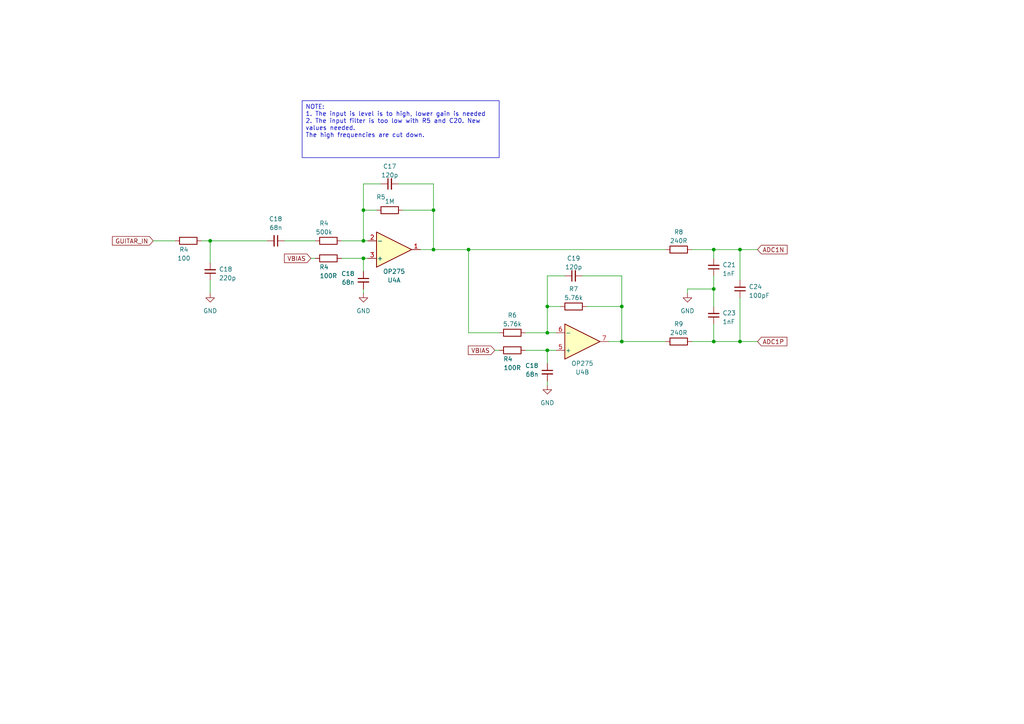
<source format=kicad_sch>
(kicad_sch (version 20230121) (generator eeschema)
  (paper "A4")
  (lib_symbols
    (symbol "Amplifier_Operational:OP275" (pin_names (offset 0.127))
      (property "Reference" "U" (at 0 5.08 0))
      (property "Value" "OP275" (at 0 -5.08 0))
      (symbol "OP275_1_1"
        (polyline (pts (xy -5.08 5.08) (xy 5.08 0) (xy -5.08 -5.08) (xy -5.08 5.08)) (stroke (width 0.254)) (fill (type background)))
        (pin output line (at 7.62 0 180) (length 2.54) (name "~") (number "1"))
        (pin input line (at -7.62 -2.54 0) (length 2.54) (name "-") (number "2"))
        (pin input line (at -7.62 2.54 0) (length 2.54) (name "+") (number "3"))
      )
      (symbol "OP275_2_1"
        (polyline (pts (xy -5.08 5.08) (xy 5.08 0) (xy -5.08 -5.08) (xy -5.08 5.08)) (stroke (width 0.254)) (fill (type background)))
        (pin input line (at -7.62 2.54 0) (length 2.54) (name "+") (number "5"))
        (pin input line (at -7.62 -2.54 0) (length 2.54) (name "-") (number "6"))
        (pin output line (at 7.62 0 180) (length 2.54) (name "~") (number "7"))
      )
      (symbol "OP275_3_1"
        (pin power_in line (at -2.54 -7.62 90) (length 3.81) (name "V-") (number "4"))
        (pin power_in line (at -2.54 7.62 270) (length 3.81) (name "V+") (number "8"))
      )
    )
    (symbol "Device:C_Small" (pin_numbers hide) (pin_names (offset 0.254) hide)
      (property "Reference" "C" (at 0.254 1.778 0))
      (property "Value" "C_Small" (at 0.254 -2.032 0))
      (symbol "C_Small_0_1"
        (polyline (pts (xy -1.524 -0.508) (xy 1.524 -0.508)) (stroke (width 0.3302)))
        (polyline (pts (xy -1.524 0.508) (xy 1.524 0.508)) (stroke (width 0.3048)))
      )
      (symbol "C_Small_1_1"
        (pin passive line (at 0 2.54 270) (length 2.032) (name "~") (number "1"))
        (pin passive line (at 0 -2.54 90) (length 2.032) (name "~") (number "2"))
      )
    )
    (symbol "Device:R" (pin_numbers hide) (pin_names (offset 0))
      (property "Reference" "R" (at 2.032 0 90))
      (property "Value" "R" (at 0 0 90))
      (symbol "R_0_1"
        (rectangle (start -1.016 -2.54) (end 1.016 2.54) (stroke (width 0.254)))
      )
      (symbol "R_1_1"
        (pin passive line (at 0 3.81 270) (length 1.27) (name "~") (number "1"))
        (pin passive line (at 0 -3.81 90) (length 1.27) (name "~") (number "2"))
      )
    )
    (symbol "power:GND" (power) (pin_names (offset 0))
      (property "Value" "GND" (at 0 -3.81 0))
      (symbol "GND_0_1"
        (polyline (pts (xy 0 0) (xy 0 -1.27) (xy 1.27 -1.27) (xy 0 -2.54) (xy -1.27 -1.27) (xy 0 -1.27)))
      )
      (symbol "GND_1_1"
        (pin power_in line (at 0 0 270) (length 0) hide (name "GND") (number "1"))
      )
    )
  )
  (junction (at 158.75 101.6))
  (junction (at 158.75 96.52))
  (junction (at 158.75 88.9))
  (junction (at 125.73 72.39))
  (junction (at 214.63 72.39))
  (junction (at 180.34 99.06))
  (junction (at 135.89 72.39))
  (junction (at 60.96 69.85))
  (junction (at 207.01 83.82))
  (junction (at 105.41 74.93))
  (junction (at 105.41 60.96))
  (junction (at 207.01 99.06))
  (junction (at 207.01 72.39))
  (junction (at 214.63 99.06))
  (junction (at 125.73 60.96))
  (junction (at 105.41 69.85))
  (junction (at 180.34 88.9))
  (wire (pts (xy 110.49 53.34) (xy 105.41 53.34)))
  (wire (pts (xy 207.01 99.06) (xy 207.01 93.98)))
  (wire (pts (xy 82.55 69.85) (xy 91.44 69.85)))
  (wire (pts (xy 60.96 69.85) (xy 77.47 69.85)))
  (wire (pts (xy 207.01 83.82) (xy 207.01 88.9)))
  (wire (pts (xy 115.57 53.34) (xy 125.73 53.34)))
  (wire (pts (xy 158.75 96.52) (xy 152.4 96.52)))
  (wire (pts (xy 116.84 60.96) (xy 125.73 60.96)))
  (wire (pts (xy 135.89 96.52) (xy 135.89 72.39)))
  (wire (pts (xy 180.34 99.06) (xy 193.04 99.06)))
  (wire (pts (xy 214.63 99.06) (xy 207.01 99.06)))
  (wire (pts (xy 144.78 96.52) (xy 135.89 96.52)))
  (wire (pts (xy 180.34 80.01) (xy 180.34 88.9)))
  (wire (pts (xy 105.41 69.85) (xy 106.68 69.85)))
  (wire (pts (xy 158.75 101.6) (xy 158.75 105.41)))
  (wire (pts (xy 207.01 74.93) (xy 207.01 72.39)))
  (wire (pts (xy 207.01 80.01) (xy 207.01 83.82)))
  (wire (pts (xy 105.41 83.82) (xy 105.41 85.09)))
  (wire (pts (xy 152.4 101.6) (xy 158.75 101.6)))
  (wire (pts (xy 90.17 74.93) (xy 91.44 74.93)))
  (wire (pts (xy 135.89 72.39) (xy 193.04 72.39)))
  (wire (pts (xy 170.18 88.9) (xy 180.34 88.9)))
  (wire (pts (xy 158.75 80.01) (xy 158.75 88.9)))
  (wire (pts (xy 214.63 72.39) (xy 219.71 72.39)))
  (wire (pts (xy 214.63 72.39) (xy 214.63 81.28)))
  (wire (pts (xy 125.73 60.96) (xy 125.73 53.34)))
  (wire (pts (xy 199.39 83.82) (xy 199.39 85.09)))
  (wire (pts (xy 99.06 69.85) (xy 105.41 69.85)))
  (wire (pts (xy 143.51 101.6) (xy 144.78 101.6)))
  (wire (pts (xy 121.92 72.39) (xy 125.73 72.39)))
  (wire (pts (xy 58.42 69.85) (xy 60.96 69.85)))
  (wire (pts (xy 180.34 99.06) (xy 180.34 88.9)))
  (wire (pts (xy 60.96 81.28) (xy 60.96 85.09)))
  (wire (pts (xy 99.06 74.93) (xy 105.41 74.93)))
  (wire (pts (xy 168.91 80.01) (xy 180.34 80.01)))
  (wire (pts (xy 158.75 110.49) (xy 158.75 111.76)))
  (wire (pts (xy 214.63 99.06) (xy 219.71 99.06)))
  (wire (pts (xy 105.41 69.85) (xy 105.41 60.96)))
  (wire (pts (xy 44.45 69.85) (xy 50.8 69.85)))
  (wire (pts (xy 158.75 88.9) (xy 158.75 96.52)))
  (wire (pts (xy 105.41 60.96) (xy 109.22 60.96)))
  (wire (pts (xy 60.96 69.85) (xy 60.96 76.2)))
  (wire (pts (xy 158.75 96.52) (xy 161.29 96.52)))
  (wire (pts (xy 125.73 72.39) (xy 135.89 72.39)))
  (wire (pts (xy 176.53 99.06) (xy 180.34 99.06)))
  (wire (pts (xy 105.41 60.96) (xy 105.41 53.34)))
  (wire (pts (xy 105.41 74.93) (xy 106.68 74.93)))
  (wire (pts (xy 199.39 83.82) (xy 207.01 83.82)))
  (wire (pts (xy 162.56 88.9) (xy 158.75 88.9)))
  (wire (pts (xy 163.83 80.01) (xy 158.75 80.01)))
  (wire (pts (xy 125.73 60.96) (xy 125.73 72.39)))
  (wire (pts (xy 214.63 86.36) (xy 214.63 99.06)))
  (wire (pts (xy 158.75 101.6) (xy 161.29 101.6)))
  (wire (pts (xy 200.66 99.06) (xy 207.01 99.06)))
  (wire (pts (xy 105.41 74.93) (xy 105.41 78.74)))
  (wire (pts (xy 200.66 72.39) (xy 207.01 72.39)))
  (wire (pts (xy 207.01 72.39) (xy 214.63 72.39)))
  (text_box "NOTE: \n1. The input is level is to high, lower gain is needed\n2. The input filter is too low with R5 and C20. New values needed.\nThe high frequencies are cut down." (at 87.63 29.21 0) (size 57.15 16.51) (effects (font (size 1.27 1.27)) (justify left top)))
  (global_label "ADC1N" (shape input) (at 219.71 72.39 0) (property "Intersheetrefs" "${INTERSHEET_REFS}" (effects hide)))
  (global_label "VBIAS" (shape input) (at 90.17 74.93 180) (property "Intersheetrefs" "${INTERSHEET_REFS}" (effects hide)))
  (global_label "GUITAR_IN" (shape input) (at 44.45 69.85 180) (property "Intersheetrefs" "${INTERSHEET_REFS}" (effects hide)))
  (global_label "VBIAS" (shape input) (at 143.51 101.6 180) (property "Intersheetrefs" "${INTERSHEET_REFS}" (effects hide)))
  (global_label "ADC1P" (shape input) (at 219.71 99.06 0) (property "Intersheetrefs" "${INTERSHEET_REFS}" (effects hide)))
  (symbol (lib_id "Amplifier_Operational:OP275") (at 168.91 99.06 0) (mirror x) (unit 2)
    (property "Reference" "U4" (at 168.91 107.95 0))
    (property "Value" "OP275" (at 168.91 105.41 0))
    (property "Footprint" "Package_SO:SSOP-8_3.9x5.05mm_P1.27mm" (effects hide))
    (property "Datasheet" "https://www.analog.com/media/en/technical-documentation/data-sheets/OP275.pdf" (effects hide))
  )
  (symbol (lib_id "power:GND") (at 105.41 85.09 0) (unit 1)
    (property "Reference" "#PWR02" (effects hide))
    (property "Value" "GND" (at 105.41 90.17 0))
    (instances (project "stm_audio_board_V2_1" (path "" (reference "#PWR02") (unit 1)) (path "" (reference "#PWR01") (unit 1)) (path "" (reference "#PWR012") (unit 1))))
  )
  (symbol (lib_id "Device:C_Small") (at 158.75 107.95 0) (unit 1)
    (property "Reference" "C18" (at 156.21 106.0514 0) (effects (justify right)))
    (property "Value" "68n" (at 156.21 108.5914 0) (effects (justify right)))
    (property "Footprint" "Capacitor_SMD:C_0603_1608Metric_Pad1.08x0.95mm_HandSolder" (effects hide))
  )
  (symbol (lib_id "power:GND") (at 60.96 85.09 0) (unit 1)
    (property "Reference" "#PWR02" (effects hide))
    (property "Value" "GND" (at 60.96 90.17 0))
    (instances (project "stm_audio_board_V2_1" (path "" (reference "#PWR02") (unit 1)) (path "" (reference "#PWR01") (unit 1)) (path "" (reference "#PWR029") (unit 1))))
  )
  (symbol (lib_id "power:GND") (at 158.75 111.76 0) (unit 1)
    (property "Reference" "#PWR02" (effects hide))
    (property "Value" "GND" (at 158.75 116.84 0))
    (instances (project "stm_audio_board_V2_1" (path "" (reference "#PWR02") (unit 1)) (path "" (reference "#PWR01") (unit 1)) (path "" (reference "#PWR013") (unit 1))))
  )
  (symbol (lib_id "Device:R") (at 148.59 101.6 270) (mirror x) (unit 1)
    (property "Reference" "R4" (at 147.32 104.14 90))
    (property "Value" "100R" (at 148.59 106.68 90))
    (property "Footprint" "Resistor_SMD:R_0805_2012Metric_Pad1.20x1.40mm_HandSolder" (effects hide))
    (instances (project "stm_audio_board_V2_1" (path "" (reference "R4") (unit 1)) (path "" (reference "R11") (unit 1))))
  )
  (symbol (lib_id "Device:C_Small") (at 166.37 80.01 90) (unit 1)
    (property "Reference" "C19" (at 166.3763 74.93 90))
    (property "Value" "120p" (at 166.3763 77.47 90))
    (property "Footprint" "Capacitor_SMD:C_0603_1608Metric_Pad1.08x0.95mm_HandSolder" (effects hide))
    (instances (project "stm_audio_board_V2_1" (path "" (reference "C19") (unit 1)) (path "" (reference "C21") (unit 1))))
  )
  (symbol (lib_id "Device:R") (at 95.25 69.85 270) (mirror x) (unit 1)
    (property "Reference" "R4" (at 93.98 64.77 90))
    (property "Value" "500k" (at 93.98 67.31 90))
    (property "Footprint" "Resistor_SMD:R_0805_2012Metric_Pad1.20x1.40mm_HandSolder" (effects hide))
  )
  (symbol (lib_id "Device:C_Small") (at 105.41 81.28 0) (unit 1)
    (property "Reference" "C18" (at 102.87 79.3814 0) (effects (justify right)))
    (property "Value" "68n" (at 102.87 81.9214 0) (effects (justify right)))
    (property "Footprint" "Capacitor_SMD:C_0603_1608Metric_Pad1.08x0.95mm_HandSolder" (effects hide))
    (instances (project "stm_audio_board_V2_1" (path "" (reference "C18") (unit 1)) (path "" (reference "C17") (unit 1))))
  )
  (symbol (lib_id "Device:R") (at 166.37 88.9 270) (unit 1)
    (property "Reference" "R7" (at 166.37 83.82 90))
    (property "Value" "5.76k" (at 166.37 86.36 90))
    (property "Footprint" "Resistor_SMD:R_0805_2012Metric_Pad1.20x1.40mm_HandSolder" (effects hide))
  )
  (symbol (lib_id "Device:R") (at 196.85 72.39 270) (unit 1)
    (property "Reference" "R8" (at 196.85 67.31 90))
    (property "Value" "240R" (at 196.85 69.85 90))
    (property "Footprint" "Resistor_SMD:R_0805_2012Metric_Pad1.20x1.40mm_HandSolder" (effects hide))
  )
  (symbol (lib_id "Device:R") (at 196.85 99.06 270) (unit 1)
    (property "Reference" "R9" (at 196.85 93.98 90))
    (property "Value" "240R" (at 196.85 96.52 90))
    (property "Footprint" "Resistor_SMD:R_0805_2012Metric_Pad1.20x1.40mm_HandSolder" (effects hide))
  )
  (symbol (lib_id "Device:C_Small") (at 207.01 91.44 180) (unit 1)
    (property "Reference" "C23" (at 209.55 90.7986 0) (effects (justify right)))
    (property "Value" "1nF" (at 209.55 93.3386 0) (effects (justify right)))
    (property "Footprint" "Capacitor_SMD:C_0603_1608Metric_Pad1.08x0.95mm_HandSolder" (effects hide))
    (instances (project "stm_audio_board_V2_1" (path "" (reference "C23") (unit 1)) (path "" (reference "C50") (unit 1))))
  )
  (symbol (lib_id "Device:C_Small") (at 214.63 83.82 180) (unit 1)
    (property "Reference" "C24" (at 217.17 83.1786 0) (effects (justify right)))
    (property "Value" "100pF" (at 217.17 85.7186 0) (effects (justify right)))
    (property "Footprint" "Capacitor_SMD:C_0603_1608Metric_Pad1.08x0.95mm_HandSolder" (effects hide))
    (instances (project "stm_audio_board_V2_1" (path "" (reference "C24") (unit 1)) (path "" (reference "C51") (unit 1))))
  )
  (symbol (lib_id "Device:C_Small") (at 113.03 53.34 90) (mirror x) (unit 1)
    (property "Reference" "C17" (at 113.0363 48.26 90))
    (property "Value" "120p" (at 113.0363 50.8 90))
    (property "Footprint" "Capacitor_SMD:C_0603_1608Metric_Pad1.08x0.95mm_HandSolder" (effects hide))
    (instances (project "stm_audio_board_V2_1" (path "" (reference "C17") (unit 1)) (path "" (reference "C20") (unit 1))))
  )
  (symbol (lib_id "Device:C_Small") (at 60.96 78.74 180) (unit 1)
    (property "Reference" "C18" (at 63.5 78.0986 0) (effects (justify right)))
    (property "Value" "220p" (at 63.5 80.6386 0) (effects (justify right)))
    (property "Footprint" "Capacitor_SMD:C_0603_1608Metric_Pad1.08x0.95mm_HandSolder" (effects hide))
    (instances (project "stm_audio_board_V2_1" (path "" (reference "C18") (unit 1)) (path "" (reference "C19") (unit 1))))
  )
  (symbol (lib_id "Device:C_Small") (at 80.01 69.85 270) (unit 1)
    (property "Reference" "C18" (at 81.9086 63.5 90) (effects (justify right)))
    (property "Value" "68n" (at 81.9086 66.04 90) (effects (justify right)))
    (property "Footprint" "Capacitor_SMD:C_0603_1608Metric_Pad1.08x0.95mm_HandSolder" (effects hide))
    (instances (project "stm_audio_board_V2_1" (path "" (reference "C18") (unit 1)) (path "" (reference "C73") (unit 1))))
  )
  (symbol (lib_id "Amplifier_Operational:OP275") (at 114.3 72.39 0) (mirror x) (unit 1)
    (property "Reference" "U4" (at 114.3 81.28 0))
    (property "Value" "OP275" (at 114.3 78.74 0))
    (property "Footprint" "Package_SO:SSOP-8_3.9x5.05mm_P1.27mm" (effects hide))
    (property "Datasheet" "https://www.analog.com/media/en/technical-documentation/data-sheets/OP275.pdf" (effects hide))
  )
  (symbol (lib_id "power:GND") (at 199.39 85.09 0) (unit 1)
    (property "Reference" "#PWR02" (effects hide))
    (property "Value" "GND" (at 199.39 90.17 0))
    (instances (project "stm_audio_board_V2_1" (path "" (reference "#PWR02") (unit 1)) (path "" (reference "#PWR01") (unit 1)) (path "" (reference "#PWR045") (unit 1))))
  )
  (symbol (lib_id "Device:R") (at 95.25 74.93 270) (mirror x) (unit 1)
    (property "Reference" "R4" (at 93.98 77.47 90))
    (property "Value" "100R" (at 95.25 80.01 90))
    (property "Footprint" "Resistor_SMD:R_0805_2012Metric_Pad1.20x1.40mm_HandSolder" (effects hide))
    (instances (project "stm_audio_board_V2_1" (path "" (reference "R4") (unit 1)) (path "" (reference "R3") (unit 1))))
  )
  (symbol (lib_id "Device:C_Small") (at 207.01 77.47 180) (unit 1)
    (property "Reference" "C21" (at 209.55 76.8286 0) (effects (justify right)))
    (property "Value" "1nF" (at 209.55 79.3686 0) (effects (justify right)))
    (property "Footprint" "Capacitor_SMD:C_0603_1608Metric_Pad1.08x0.95mm_HandSolder" (effects hide))
    (instances (project "stm_audio_board_V2_1" (path "" (reference "C21") (unit 1)) (path "" (reference "C24") (unit 1))))
  )
  (symbol (lib_id "Device:R") (at 148.59 96.52 270) (unit 1)
    (property "Reference" "R6" (at 148.59 91.44 90))
    (property "Value" "5.76k" (at 148.59 93.98 90))
    (property "Footprint" "Resistor_SMD:R_0805_2012Metric_Pad1.20x1.40mm_HandSolder" (effects hide))
  )
  (symbol (lib_id "Device:R") (at 113.03 60.96 270) (mirror x) (unit 1)
    (property "Reference" "R5" (at 110.49 57.15 90))
    (property "Value" "1M" (at 113.03 58.42 90))
    (property "Footprint" "Resistor_SMD:R_0805_2012Metric_Pad1.20x1.40mm_HandSolder" (effects hide))
  )
  (symbol (lib_id "Device:R") (at 54.61 69.85 90) (mirror x) (unit 1)
    (property "Reference" "R4" (at 53.34 72.39 90))
    (property "Value" "100" (at 53.34 74.93 90))
    (property "Footprint" "Resistor_SMD:R_0805_2012Metric_Pad1.20x1.40mm_HandSolder" (effects hide))
    (instances (project "stm_audio_board_V2_1" (path "" (reference "R4") (unit 1)) (path "" (reference "R26") (unit 1))))
  )
)
</source>
